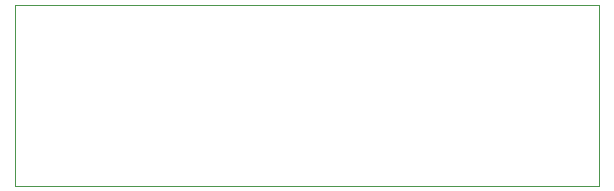
<source format=gbr>
%TF.GenerationSoftware,KiCad,Pcbnew,8.0.7-rc1-202412020537~5dd4718db0~ubuntu22.04.1*%
%TF.CreationDate,2025-02-21T12:43:02+01:00*%
%TF.ProjectId,si-simulation-test-board,44494646-5f50-44e2-9e6b-696361645f70,1.0.1*%
%TF.SameCoordinates,Original*%
%TF.FileFunction,Profile,NP*%
%FSLAX46Y46*%
G04 Gerber Fmt 4.6, Leading zero omitted, Abs format (unit mm)*
G04 Created by KiCad (PCBNEW 8.0.7-rc1-202412020537~5dd4718db0~ubuntu22.04.1) date 2025-02-21 12:43:02*
%MOMM*%
%LPD*%
G01*
G04 APERTURE LIST*
%TA.AperFunction,Profile*%
%ADD10C,0.100000*%
%TD*%
G04 APERTURE END LIST*
D10*
X94300000Y-103992500D02*
X143725000Y-103992500D01*
X143725000Y-119336473D01*
X94300000Y-119336473D01*
X94300000Y-103992500D01*
M02*

</source>
